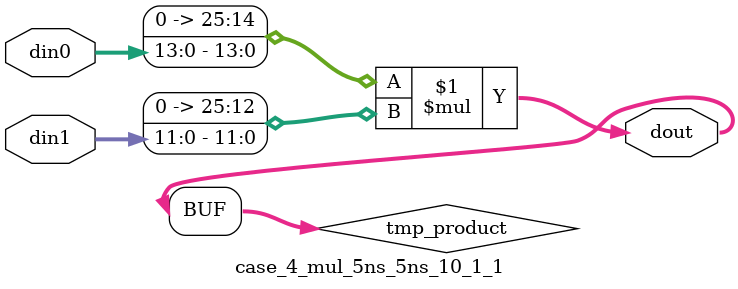
<source format=v>

`timescale 1 ns / 1 ps

 (* use_dsp = "no" *)  module case_4_mul_5ns_5ns_10_1_1(din0, din1, dout);
parameter ID = 1;
parameter NUM_STAGE = 0;
parameter din0_WIDTH = 14;
parameter din1_WIDTH = 12;
parameter dout_WIDTH = 26;

input [din0_WIDTH - 1 : 0] din0; 
input [din1_WIDTH - 1 : 0] din1; 
output [dout_WIDTH - 1 : 0] dout;

wire signed [dout_WIDTH - 1 : 0] tmp_product;
























assign tmp_product = $signed({1'b0, din0}) * $signed({1'b0, din1});











assign dout = tmp_product;





















endmodule

</source>
